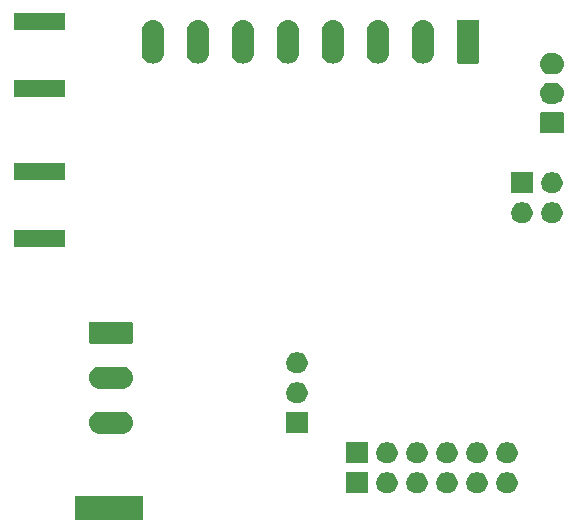
<source format=gbr>
G04 #@! TF.GenerationSoftware,KiCad,Pcbnew,(5.1.5)-2*
G04 #@! TF.CreationDate,2020-08-01T22:44:24+08:00*
G04 #@! TF.ProjectId,Module_ADS1263,4d6f6475-6c65-45f4-9144-53313236332e,rev?*
G04 #@! TF.SameCoordinates,Original*
G04 #@! TF.FileFunction,Soldermask,Bot*
G04 #@! TF.FilePolarity,Negative*
%FSLAX46Y46*%
G04 Gerber Fmt 4.6, Leading zero omitted, Abs format (unit mm)*
G04 Created by KiCad (PCBNEW (5.1.5)-2) date 2020-08-01 22:44:24*
%MOMM*%
%LPD*%
G04 APERTURE LIST*
%ADD10C,0.100000*%
G04 APERTURE END LIST*
D10*
G36*
X112649000Y-131318000D02*
G01*
X106934000Y-131318000D01*
X106934000Y-129413000D01*
X112649000Y-129413000D01*
X112649000Y-131318000D01*
G37*
X112649000Y-131318000D02*
X106934000Y-131318000D01*
X106934000Y-129413000D01*
X112649000Y-129413000D01*
X112649000Y-131318000D01*
G36*
X141083512Y-127373927D02*
G01*
X141232812Y-127403624D01*
X141396784Y-127471544D01*
X141544354Y-127570147D01*
X141669853Y-127695646D01*
X141768456Y-127843216D01*
X141836376Y-128007188D01*
X141871000Y-128181259D01*
X141871000Y-128358741D01*
X141836376Y-128532812D01*
X141768456Y-128696784D01*
X141669853Y-128844354D01*
X141544354Y-128969853D01*
X141396784Y-129068456D01*
X141232812Y-129136376D01*
X141083512Y-129166073D01*
X141058742Y-129171000D01*
X140881258Y-129171000D01*
X140856488Y-129166073D01*
X140707188Y-129136376D01*
X140543216Y-129068456D01*
X140395646Y-128969853D01*
X140270147Y-128844354D01*
X140171544Y-128696784D01*
X140103624Y-128532812D01*
X140069000Y-128358741D01*
X140069000Y-128181259D01*
X140103624Y-128007188D01*
X140171544Y-127843216D01*
X140270147Y-127695646D01*
X140395646Y-127570147D01*
X140543216Y-127471544D01*
X140707188Y-127403624D01*
X140856488Y-127373927D01*
X140881258Y-127369000D01*
X141058742Y-127369000D01*
X141083512Y-127373927D01*
G37*
G36*
X143623512Y-127373927D02*
G01*
X143772812Y-127403624D01*
X143936784Y-127471544D01*
X144084354Y-127570147D01*
X144209853Y-127695646D01*
X144308456Y-127843216D01*
X144376376Y-128007188D01*
X144411000Y-128181259D01*
X144411000Y-128358741D01*
X144376376Y-128532812D01*
X144308456Y-128696784D01*
X144209853Y-128844354D01*
X144084354Y-128969853D01*
X143936784Y-129068456D01*
X143772812Y-129136376D01*
X143623512Y-129166073D01*
X143598742Y-129171000D01*
X143421258Y-129171000D01*
X143396488Y-129166073D01*
X143247188Y-129136376D01*
X143083216Y-129068456D01*
X142935646Y-128969853D01*
X142810147Y-128844354D01*
X142711544Y-128696784D01*
X142643624Y-128532812D01*
X142609000Y-128358741D01*
X142609000Y-128181259D01*
X142643624Y-128007188D01*
X142711544Y-127843216D01*
X142810147Y-127695646D01*
X142935646Y-127570147D01*
X143083216Y-127471544D01*
X143247188Y-127403624D01*
X143396488Y-127373927D01*
X143421258Y-127369000D01*
X143598742Y-127369000D01*
X143623512Y-127373927D01*
G37*
G36*
X131711000Y-129171000D02*
G01*
X129909000Y-129171000D01*
X129909000Y-127369000D01*
X131711000Y-127369000D01*
X131711000Y-129171000D01*
G37*
G36*
X133463512Y-127373927D02*
G01*
X133612812Y-127403624D01*
X133776784Y-127471544D01*
X133924354Y-127570147D01*
X134049853Y-127695646D01*
X134148456Y-127843216D01*
X134216376Y-128007188D01*
X134251000Y-128181259D01*
X134251000Y-128358741D01*
X134216376Y-128532812D01*
X134148456Y-128696784D01*
X134049853Y-128844354D01*
X133924354Y-128969853D01*
X133776784Y-129068456D01*
X133612812Y-129136376D01*
X133463512Y-129166073D01*
X133438742Y-129171000D01*
X133261258Y-129171000D01*
X133236488Y-129166073D01*
X133087188Y-129136376D01*
X132923216Y-129068456D01*
X132775646Y-128969853D01*
X132650147Y-128844354D01*
X132551544Y-128696784D01*
X132483624Y-128532812D01*
X132449000Y-128358741D01*
X132449000Y-128181259D01*
X132483624Y-128007188D01*
X132551544Y-127843216D01*
X132650147Y-127695646D01*
X132775646Y-127570147D01*
X132923216Y-127471544D01*
X133087188Y-127403624D01*
X133236488Y-127373927D01*
X133261258Y-127369000D01*
X133438742Y-127369000D01*
X133463512Y-127373927D01*
G37*
G36*
X136003512Y-127373927D02*
G01*
X136152812Y-127403624D01*
X136316784Y-127471544D01*
X136464354Y-127570147D01*
X136589853Y-127695646D01*
X136688456Y-127843216D01*
X136756376Y-128007188D01*
X136791000Y-128181259D01*
X136791000Y-128358741D01*
X136756376Y-128532812D01*
X136688456Y-128696784D01*
X136589853Y-128844354D01*
X136464354Y-128969853D01*
X136316784Y-129068456D01*
X136152812Y-129136376D01*
X136003512Y-129166073D01*
X135978742Y-129171000D01*
X135801258Y-129171000D01*
X135776488Y-129166073D01*
X135627188Y-129136376D01*
X135463216Y-129068456D01*
X135315646Y-128969853D01*
X135190147Y-128844354D01*
X135091544Y-128696784D01*
X135023624Y-128532812D01*
X134989000Y-128358741D01*
X134989000Y-128181259D01*
X135023624Y-128007188D01*
X135091544Y-127843216D01*
X135190147Y-127695646D01*
X135315646Y-127570147D01*
X135463216Y-127471544D01*
X135627188Y-127403624D01*
X135776488Y-127373927D01*
X135801258Y-127369000D01*
X135978742Y-127369000D01*
X136003512Y-127373927D01*
G37*
G36*
X138543512Y-127373927D02*
G01*
X138692812Y-127403624D01*
X138856784Y-127471544D01*
X139004354Y-127570147D01*
X139129853Y-127695646D01*
X139228456Y-127843216D01*
X139296376Y-128007188D01*
X139331000Y-128181259D01*
X139331000Y-128358741D01*
X139296376Y-128532812D01*
X139228456Y-128696784D01*
X139129853Y-128844354D01*
X139004354Y-128969853D01*
X138856784Y-129068456D01*
X138692812Y-129136376D01*
X138543512Y-129166073D01*
X138518742Y-129171000D01*
X138341258Y-129171000D01*
X138316488Y-129166073D01*
X138167188Y-129136376D01*
X138003216Y-129068456D01*
X137855646Y-128969853D01*
X137730147Y-128844354D01*
X137631544Y-128696784D01*
X137563624Y-128532812D01*
X137529000Y-128358741D01*
X137529000Y-128181259D01*
X137563624Y-128007188D01*
X137631544Y-127843216D01*
X137730147Y-127695646D01*
X137855646Y-127570147D01*
X138003216Y-127471544D01*
X138167188Y-127403624D01*
X138316488Y-127373927D01*
X138341258Y-127369000D01*
X138518742Y-127369000D01*
X138543512Y-127373927D01*
G37*
G36*
X136003512Y-124833927D02*
G01*
X136152812Y-124863624D01*
X136316784Y-124931544D01*
X136464354Y-125030147D01*
X136589853Y-125155646D01*
X136688456Y-125303216D01*
X136756376Y-125467188D01*
X136791000Y-125641259D01*
X136791000Y-125818741D01*
X136756376Y-125992812D01*
X136688456Y-126156784D01*
X136589853Y-126304354D01*
X136464354Y-126429853D01*
X136316784Y-126528456D01*
X136152812Y-126596376D01*
X136003512Y-126626073D01*
X135978742Y-126631000D01*
X135801258Y-126631000D01*
X135776488Y-126626073D01*
X135627188Y-126596376D01*
X135463216Y-126528456D01*
X135315646Y-126429853D01*
X135190147Y-126304354D01*
X135091544Y-126156784D01*
X135023624Y-125992812D01*
X134989000Y-125818741D01*
X134989000Y-125641259D01*
X135023624Y-125467188D01*
X135091544Y-125303216D01*
X135190147Y-125155646D01*
X135315646Y-125030147D01*
X135463216Y-124931544D01*
X135627188Y-124863624D01*
X135776488Y-124833927D01*
X135801258Y-124829000D01*
X135978742Y-124829000D01*
X136003512Y-124833927D01*
G37*
G36*
X143623512Y-124833927D02*
G01*
X143772812Y-124863624D01*
X143936784Y-124931544D01*
X144084354Y-125030147D01*
X144209853Y-125155646D01*
X144308456Y-125303216D01*
X144376376Y-125467188D01*
X144411000Y-125641259D01*
X144411000Y-125818741D01*
X144376376Y-125992812D01*
X144308456Y-126156784D01*
X144209853Y-126304354D01*
X144084354Y-126429853D01*
X143936784Y-126528456D01*
X143772812Y-126596376D01*
X143623512Y-126626073D01*
X143598742Y-126631000D01*
X143421258Y-126631000D01*
X143396488Y-126626073D01*
X143247188Y-126596376D01*
X143083216Y-126528456D01*
X142935646Y-126429853D01*
X142810147Y-126304354D01*
X142711544Y-126156784D01*
X142643624Y-125992812D01*
X142609000Y-125818741D01*
X142609000Y-125641259D01*
X142643624Y-125467188D01*
X142711544Y-125303216D01*
X142810147Y-125155646D01*
X142935646Y-125030147D01*
X143083216Y-124931544D01*
X143247188Y-124863624D01*
X143396488Y-124833927D01*
X143421258Y-124829000D01*
X143598742Y-124829000D01*
X143623512Y-124833927D01*
G37*
G36*
X141083512Y-124833927D02*
G01*
X141232812Y-124863624D01*
X141396784Y-124931544D01*
X141544354Y-125030147D01*
X141669853Y-125155646D01*
X141768456Y-125303216D01*
X141836376Y-125467188D01*
X141871000Y-125641259D01*
X141871000Y-125818741D01*
X141836376Y-125992812D01*
X141768456Y-126156784D01*
X141669853Y-126304354D01*
X141544354Y-126429853D01*
X141396784Y-126528456D01*
X141232812Y-126596376D01*
X141083512Y-126626073D01*
X141058742Y-126631000D01*
X140881258Y-126631000D01*
X140856488Y-126626073D01*
X140707188Y-126596376D01*
X140543216Y-126528456D01*
X140395646Y-126429853D01*
X140270147Y-126304354D01*
X140171544Y-126156784D01*
X140103624Y-125992812D01*
X140069000Y-125818741D01*
X140069000Y-125641259D01*
X140103624Y-125467188D01*
X140171544Y-125303216D01*
X140270147Y-125155646D01*
X140395646Y-125030147D01*
X140543216Y-124931544D01*
X140707188Y-124863624D01*
X140856488Y-124833927D01*
X140881258Y-124829000D01*
X141058742Y-124829000D01*
X141083512Y-124833927D01*
G37*
G36*
X138543512Y-124833927D02*
G01*
X138692812Y-124863624D01*
X138856784Y-124931544D01*
X139004354Y-125030147D01*
X139129853Y-125155646D01*
X139228456Y-125303216D01*
X139296376Y-125467188D01*
X139331000Y-125641259D01*
X139331000Y-125818741D01*
X139296376Y-125992812D01*
X139228456Y-126156784D01*
X139129853Y-126304354D01*
X139004354Y-126429853D01*
X138856784Y-126528456D01*
X138692812Y-126596376D01*
X138543512Y-126626073D01*
X138518742Y-126631000D01*
X138341258Y-126631000D01*
X138316488Y-126626073D01*
X138167188Y-126596376D01*
X138003216Y-126528456D01*
X137855646Y-126429853D01*
X137730147Y-126304354D01*
X137631544Y-126156784D01*
X137563624Y-125992812D01*
X137529000Y-125818741D01*
X137529000Y-125641259D01*
X137563624Y-125467188D01*
X137631544Y-125303216D01*
X137730147Y-125155646D01*
X137855646Y-125030147D01*
X138003216Y-124931544D01*
X138167188Y-124863624D01*
X138316488Y-124833927D01*
X138341258Y-124829000D01*
X138518742Y-124829000D01*
X138543512Y-124833927D01*
G37*
G36*
X133463512Y-124833927D02*
G01*
X133612812Y-124863624D01*
X133776784Y-124931544D01*
X133924354Y-125030147D01*
X134049853Y-125155646D01*
X134148456Y-125303216D01*
X134216376Y-125467188D01*
X134251000Y-125641259D01*
X134251000Y-125818741D01*
X134216376Y-125992812D01*
X134148456Y-126156784D01*
X134049853Y-126304354D01*
X133924354Y-126429853D01*
X133776784Y-126528456D01*
X133612812Y-126596376D01*
X133463512Y-126626073D01*
X133438742Y-126631000D01*
X133261258Y-126631000D01*
X133236488Y-126626073D01*
X133087188Y-126596376D01*
X132923216Y-126528456D01*
X132775646Y-126429853D01*
X132650147Y-126304354D01*
X132551544Y-126156784D01*
X132483624Y-125992812D01*
X132449000Y-125818741D01*
X132449000Y-125641259D01*
X132483624Y-125467188D01*
X132551544Y-125303216D01*
X132650147Y-125155646D01*
X132775646Y-125030147D01*
X132923216Y-124931544D01*
X133087188Y-124863624D01*
X133236488Y-124833927D01*
X133261258Y-124829000D01*
X133438742Y-124829000D01*
X133463512Y-124833927D01*
G37*
G36*
X131711000Y-126631000D02*
G01*
X129909000Y-126631000D01*
X129909000Y-124829000D01*
X131711000Y-124829000D01*
X131711000Y-126631000D01*
G37*
G36*
X111068425Y-122252760D02*
G01*
X111068428Y-122252761D01*
X111068429Y-122252761D01*
X111247693Y-122307140D01*
X111247696Y-122307142D01*
X111247697Y-122307142D01*
X111412903Y-122395446D01*
X111557712Y-122514288D01*
X111676554Y-122659097D01*
X111764858Y-122824303D01*
X111764860Y-122824307D01*
X111819239Y-123003571D01*
X111819240Y-123003575D01*
X111837601Y-123190000D01*
X111819240Y-123376425D01*
X111819239Y-123376428D01*
X111819239Y-123376429D01*
X111764860Y-123555693D01*
X111764858Y-123555696D01*
X111764858Y-123555697D01*
X111676554Y-123720903D01*
X111557712Y-123865712D01*
X111412903Y-123984554D01*
X111247697Y-124072858D01*
X111247693Y-124072860D01*
X111068429Y-124127239D01*
X111068428Y-124127239D01*
X111068425Y-124127240D01*
X110928718Y-124141000D01*
X109035282Y-124141000D01*
X108895575Y-124127240D01*
X108895572Y-124127239D01*
X108895571Y-124127239D01*
X108716307Y-124072860D01*
X108716303Y-124072858D01*
X108551097Y-123984554D01*
X108406288Y-123865712D01*
X108287446Y-123720903D01*
X108199142Y-123555697D01*
X108199142Y-123555696D01*
X108199140Y-123555693D01*
X108144761Y-123376429D01*
X108144761Y-123376428D01*
X108144760Y-123376425D01*
X108126399Y-123190000D01*
X108144760Y-123003575D01*
X108144761Y-123003571D01*
X108199140Y-122824307D01*
X108199142Y-122824303D01*
X108287446Y-122659097D01*
X108406288Y-122514288D01*
X108551097Y-122395446D01*
X108716303Y-122307142D01*
X108716304Y-122307142D01*
X108716307Y-122307140D01*
X108895571Y-122252761D01*
X108895572Y-122252761D01*
X108895575Y-122252760D01*
X109035282Y-122239000D01*
X110928718Y-122239000D01*
X111068425Y-122252760D01*
G37*
G36*
X126631000Y-124091000D02*
G01*
X124829000Y-124091000D01*
X124829000Y-122289000D01*
X126631000Y-122289000D01*
X126631000Y-124091000D01*
G37*
G36*
X125843512Y-119753927D02*
G01*
X125992812Y-119783624D01*
X126156784Y-119851544D01*
X126304354Y-119950147D01*
X126429853Y-120075646D01*
X126528456Y-120223216D01*
X126596376Y-120387188D01*
X126631000Y-120561259D01*
X126631000Y-120738741D01*
X126596376Y-120912812D01*
X126528456Y-121076784D01*
X126429853Y-121224354D01*
X126304354Y-121349853D01*
X126156784Y-121448456D01*
X125992812Y-121516376D01*
X125843512Y-121546073D01*
X125818742Y-121551000D01*
X125641258Y-121551000D01*
X125616488Y-121546073D01*
X125467188Y-121516376D01*
X125303216Y-121448456D01*
X125155646Y-121349853D01*
X125030147Y-121224354D01*
X124931544Y-121076784D01*
X124863624Y-120912812D01*
X124829000Y-120738741D01*
X124829000Y-120561259D01*
X124863624Y-120387188D01*
X124931544Y-120223216D01*
X125030147Y-120075646D01*
X125155646Y-119950147D01*
X125303216Y-119851544D01*
X125467188Y-119783624D01*
X125616488Y-119753927D01*
X125641258Y-119749000D01*
X125818742Y-119749000D01*
X125843512Y-119753927D01*
G37*
G36*
X111068425Y-118442760D02*
G01*
X111068428Y-118442761D01*
X111068429Y-118442761D01*
X111247693Y-118497140D01*
X111247696Y-118497142D01*
X111247697Y-118497142D01*
X111412903Y-118585446D01*
X111557712Y-118704288D01*
X111676554Y-118849097D01*
X111764858Y-119014303D01*
X111764860Y-119014307D01*
X111819239Y-119193571D01*
X111819240Y-119193575D01*
X111837601Y-119380000D01*
X111819240Y-119566425D01*
X111819239Y-119566428D01*
X111819239Y-119566429D01*
X111764860Y-119745693D01*
X111764858Y-119745696D01*
X111764858Y-119745697D01*
X111676554Y-119910903D01*
X111557712Y-120055712D01*
X111412903Y-120174554D01*
X111247697Y-120262858D01*
X111247693Y-120262860D01*
X111068429Y-120317239D01*
X111068428Y-120317239D01*
X111068425Y-120317240D01*
X110928718Y-120331000D01*
X109035282Y-120331000D01*
X108895575Y-120317240D01*
X108895572Y-120317239D01*
X108895571Y-120317239D01*
X108716307Y-120262860D01*
X108716303Y-120262858D01*
X108551097Y-120174554D01*
X108406288Y-120055712D01*
X108287446Y-119910903D01*
X108199142Y-119745697D01*
X108199142Y-119745696D01*
X108199140Y-119745693D01*
X108144761Y-119566429D01*
X108144761Y-119566428D01*
X108144760Y-119566425D01*
X108126399Y-119380000D01*
X108144760Y-119193575D01*
X108144761Y-119193571D01*
X108199140Y-119014307D01*
X108199142Y-119014303D01*
X108287446Y-118849097D01*
X108406288Y-118704288D01*
X108551097Y-118585446D01*
X108716303Y-118497142D01*
X108716304Y-118497142D01*
X108716307Y-118497140D01*
X108895571Y-118442761D01*
X108895572Y-118442761D01*
X108895575Y-118442760D01*
X109035282Y-118429000D01*
X110928718Y-118429000D01*
X111068425Y-118442760D01*
G37*
G36*
X125843512Y-117213927D02*
G01*
X125992812Y-117243624D01*
X126156784Y-117311544D01*
X126304354Y-117410147D01*
X126429853Y-117535646D01*
X126528456Y-117683216D01*
X126596376Y-117847188D01*
X126631000Y-118021259D01*
X126631000Y-118198741D01*
X126596376Y-118372812D01*
X126528456Y-118536784D01*
X126429853Y-118684354D01*
X126304354Y-118809853D01*
X126156784Y-118908456D01*
X125992812Y-118976376D01*
X125843512Y-119006073D01*
X125818742Y-119011000D01*
X125641258Y-119011000D01*
X125616488Y-119006073D01*
X125467188Y-118976376D01*
X125303216Y-118908456D01*
X125155646Y-118809853D01*
X125030147Y-118684354D01*
X124931544Y-118536784D01*
X124863624Y-118372812D01*
X124829000Y-118198741D01*
X124829000Y-118021259D01*
X124863624Y-117847188D01*
X124931544Y-117683216D01*
X125030147Y-117535646D01*
X125155646Y-117410147D01*
X125303216Y-117311544D01*
X125467188Y-117243624D01*
X125616488Y-117213927D01*
X125641258Y-117209000D01*
X125818742Y-117209000D01*
X125843512Y-117213927D01*
G37*
G36*
X111692915Y-114622934D02*
G01*
X111725424Y-114632795D01*
X111755382Y-114648809D01*
X111781641Y-114670359D01*
X111803191Y-114696618D01*
X111819205Y-114726576D01*
X111829066Y-114759085D01*
X111833000Y-114799029D01*
X111833000Y-116340971D01*
X111829066Y-116380915D01*
X111819205Y-116413424D01*
X111803191Y-116443382D01*
X111781641Y-116469641D01*
X111755382Y-116491191D01*
X111725424Y-116507205D01*
X111692915Y-116517066D01*
X111652971Y-116521000D01*
X108311029Y-116521000D01*
X108271085Y-116517066D01*
X108238576Y-116507205D01*
X108208618Y-116491191D01*
X108182359Y-116469641D01*
X108160809Y-116443382D01*
X108144795Y-116413424D01*
X108134934Y-116380915D01*
X108131000Y-116340971D01*
X108131000Y-114799029D01*
X108134934Y-114759085D01*
X108144795Y-114726576D01*
X108160809Y-114696618D01*
X108182359Y-114670359D01*
X108208618Y-114648809D01*
X108238576Y-114632795D01*
X108271085Y-114622934D01*
X108311029Y-114619000D01*
X111652971Y-114619000D01*
X111692915Y-114622934D01*
G37*
G36*
X106110000Y-108326000D02*
G01*
X101808000Y-108326000D01*
X101808000Y-106874000D01*
X106110000Y-106874000D01*
X106110000Y-108326000D01*
G37*
G36*
X147433512Y-104513927D02*
G01*
X147582812Y-104543624D01*
X147746784Y-104611544D01*
X147894354Y-104710147D01*
X148019853Y-104835646D01*
X148118456Y-104983216D01*
X148186376Y-105147188D01*
X148221000Y-105321259D01*
X148221000Y-105498741D01*
X148186376Y-105672812D01*
X148118456Y-105836784D01*
X148019853Y-105984354D01*
X147894354Y-106109853D01*
X147746784Y-106208456D01*
X147582812Y-106276376D01*
X147433512Y-106306073D01*
X147408742Y-106311000D01*
X147231258Y-106311000D01*
X147206488Y-106306073D01*
X147057188Y-106276376D01*
X146893216Y-106208456D01*
X146745646Y-106109853D01*
X146620147Y-105984354D01*
X146521544Y-105836784D01*
X146453624Y-105672812D01*
X146419000Y-105498741D01*
X146419000Y-105321259D01*
X146453624Y-105147188D01*
X146521544Y-104983216D01*
X146620147Y-104835646D01*
X146745646Y-104710147D01*
X146893216Y-104611544D01*
X147057188Y-104543624D01*
X147206488Y-104513927D01*
X147231258Y-104509000D01*
X147408742Y-104509000D01*
X147433512Y-104513927D01*
G37*
G36*
X144893512Y-104513927D02*
G01*
X145042812Y-104543624D01*
X145206784Y-104611544D01*
X145354354Y-104710147D01*
X145479853Y-104835646D01*
X145578456Y-104983216D01*
X145646376Y-105147188D01*
X145681000Y-105321259D01*
X145681000Y-105498741D01*
X145646376Y-105672812D01*
X145578456Y-105836784D01*
X145479853Y-105984354D01*
X145354354Y-106109853D01*
X145206784Y-106208456D01*
X145042812Y-106276376D01*
X144893512Y-106306073D01*
X144868742Y-106311000D01*
X144691258Y-106311000D01*
X144666488Y-106306073D01*
X144517188Y-106276376D01*
X144353216Y-106208456D01*
X144205646Y-106109853D01*
X144080147Y-105984354D01*
X143981544Y-105836784D01*
X143913624Y-105672812D01*
X143879000Y-105498741D01*
X143879000Y-105321259D01*
X143913624Y-105147188D01*
X143981544Y-104983216D01*
X144080147Y-104835646D01*
X144205646Y-104710147D01*
X144353216Y-104611544D01*
X144517188Y-104543624D01*
X144666488Y-104513927D01*
X144691258Y-104509000D01*
X144868742Y-104509000D01*
X144893512Y-104513927D01*
G37*
G36*
X145681000Y-103771000D02*
G01*
X143879000Y-103771000D01*
X143879000Y-101969000D01*
X145681000Y-101969000D01*
X145681000Y-103771000D01*
G37*
G36*
X147433512Y-101973927D02*
G01*
X147582812Y-102003624D01*
X147746784Y-102071544D01*
X147894354Y-102170147D01*
X148019853Y-102295646D01*
X148118456Y-102443216D01*
X148186376Y-102607188D01*
X148221000Y-102781259D01*
X148221000Y-102958741D01*
X148186376Y-103132812D01*
X148118456Y-103296784D01*
X148019853Y-103444354D01*
X147894354Y-103569853D01*
X147746784Y-103668456D01*
X147582812Y-103736376D01*
X147433512Y-103766073D01*
X147408742Y-103771000D01*
X147231258Y-103771000D01*
X147206488Y-103766073D01*
X147057188Y-103736376D01*
X146893216Y-103668456D01*
X146745646Y-103569853D01*
X146620147Y-103444354D01*
X146521544Y-103296784D01*
X146453624Y-103132812D01*
X146419000Y-102958741D01*
X146419000Y-102781259D01*
X146453624Y-102607188D01*
X146521544Y-102443216D01*
X146620147Y-102295646D01*
X146745646Y-102170147D01*
X146893216Y-102071544D01*
X147057188Y-102003624D01*
X147206488Y-101973927D01*
X147231258Y-101969000D01*
X147408742Y-101969000D01*
X147433512Y-101973927D01*
G37*
G36*
X106110000Y-102676000D02*
G01*
X101808000Y-102676000D01*
X101808000Y-101224000D01*
X106110000Y-101224000D01*
X106110000Y-102676000D01*
G37*
G36*
X148203600Y-96892989D02*
G01*
X148236652Y-96903015D01*
X148267103Y-96919292D01*
X148293799Y-96941201D01*
X148315708Y-96967897D01*
X148331985Y-96998348D01*
X148342011Y-97031400D01*
X148346000Y-97071903D01*
X148346000Y-98508097D01*
X148342011Y-98548600D01*
X148331985Y-98581652D01*
X148315708Y-98612103D01*
X148293799Y-98638799D01*
X148267103Y-98660708D01*
X148236652Y-98676985D01*
X148203600Y-98687011D01*
X148163097Y-98691000D01*
X146476903Y-98691000D01*
X146436400Y-98687011D01*
X146403348Y-98676985D01*
X146372897Y-98660708D01*
X146346201Y-98638799D01*
X146324292Y-98612103D01*
X146308015Y-98581652D01*
X146297989Y-98548600D01*
X146294000Y-98508097D01*
X146294000Y-97071903D01*
X146297989Y-97031400D01*
X146308015Y-96998348D01*
X146324292Y-96967897D01*
X146346201Y-96941201D01*
X146372897Y-96919292D01*
X146403348Y-96903015D01*
X146436400Y-96892989D01*
X146476903Y-96889000D01*
X148163097Y-96889000D01*
X148203600Y-96892989D01*
G37*
G36*
X147555443Y-94395519D02*
G01*
X147621627Y-94402037D01*
X147791466Y-94453557D01*
X147947991Y-94537222D01*
X147983729Y-94566552D01*
X148085186Y-94649814D01*
X148168448Y-94751271D01*
X148197778Y-94787009D01*
X148281443Y-94943534D01*
X148332963Y-95113373D01*
X148350359Y-95290000D01*
X148332963Y-95466627D01*
X148281443Y-95636466D01*
X148197778Y-95792991D01*
X148168448Y-95828729D01*
X148085186Y-95930186D01*
X147983729Y-96013448D01*
X147947991Y-96042778D01*
X147791466Y-96126443D01*
X147621627Y-96177963D01*
X147555443Y-96184481D01*
X147489260Y-96191000D01*
X147150740Y-96191000D01*
X147084558Y-96184482D01*
X147018373Y-96177963D01*
X146848534Y-96126443D01*
X146692009Y-96042778D01*
X146656271Y-96013448D01*
X146554814Y-95930186D01*
X146471552Y-95828729D01*
X146442222Y-95792991D01*
X146358557Y-95636466D01*
X146307037Y-95466627D01*
X146289641Y-95290000D01*
X146307037Y-95113373D01*
X146358557Y-94943534D01*
X146442222Y-94787009D01*
X146471552Y-94751271D01*
X146554814Y-94649814D01*
X146656271Y-94566552D01*
X146692009Y-94537222D01*
X146848534Y-94453557D01*
X147018373Y-94402037D01*
X147084558Y-94395518D01*
X147150740Y-94389000D01*
X147489260Y-94389000D01*
X147555443Y-94395519D01*
G37*
G36*
X106110000Y-95626000D02*
G01*
X101808000Y-95626000D01*
X101808000Y-94174000D01*
X106110000Y-94174000D01*
X106110000Y-95626000D01*
G37*
G36*
X147555442Y-91895518D02*
G01*
X147621627Y-91902037D01*
X147791466Y-91953557D01*
X147947991Y-92037222D01*
X147983729Y-92066552D01*
X148085186Y-92149814D01*
X148168448Y-92251271D01*
X148197778Y-92287009D01*
X148281443Y-92443534D01*
X148332963Y-92613373D01*
X148350359Y-92790000D01*
X148332963Y-92966627D01*
X148281443Y-93136466D01*
X148197778Y-93292991D01*
X148168448Y-93328729D01*
X148085186Y-93430186D01*
X147983729Y-93513448D01*
X147947991Y-93542778D01*
X147791466Y-93626443D01*
X147621627Y-93677963D01*
X147555443Y-93684481D01*
X147489260Y-93691000D01*
X147150740Y-93691000D01*
X147084558Y-93684482D01*
X147018373Y-93677963D01*
X146848534Y-93626443D01*
X146692009Y-93542778D01*
X146656271Y-93513448D01*
X146554814Y-93430186D01*
X146471552Y-93328729D01*
X146442222Y-93292991D01*
X146358557Y-93136466D01*
X146307037Y-92966627D01*
X146289641Y-92790000D01*
X146307037Y-92613373D01*
X146358557Y-92443534D01*
X146442222Y-92287009D01*
X146471552Y-92251271D01*
X146554814Y-92149814D01*
X146656271Y-92066552D01*
X146692009Y-92037222D01*
X146848534Y-91953557D01*
X147018373Y-91902037D01*
X147084558Y-91895518D01*
X147150740Y-91889000D01*
X147489260Y-91889000D01*
X147555442Y-91895518D01*
G37*
G36*
X113724425Y-89094760D02*
G01*
X113724428Y-89094761D01*
X113724429Y-89094761D01*
X113903693Y-89149140D01*
X113903696Y-89149142D01*
X113903697Y-89149142D01*
X114068903Y-89237446D01*
X114213712Y-89356288D01*
X114332554Y-89501097D01*
X114420858Y-89666303D01*
X114420860Y-89666307D01*
X114475239Y-89845571D01*
X114475240Y-89845575D01*
X114489000Y-89985282D01*
X114489000Y-91878718D01*
X114475240Y-92018425D01*
X114475239Y-92018428D01*
X114475239Y-92018429D01*
X114420860Y-92197693D01*
X114420858Y-92197696D01*
X114420858Y-92197697D01*
X114332554Y-92362903D01*
X114213712Y-92507712D01*
X114068903Y-92626554D01*
X113920964Y-92705628D01*
X113903692Y-92714860D01*
X113724428Y-92769239D01*
X113724427Y-92769239D01*
X113724424Y-92769240D01*
X113538000Y-92787601D01*
X113351575Y-92769240D01*
X113351572Y-92769239D01*
X113351571Y-92769239D01*
X113172307Y-92714860D01*
X113154575Y-92705382D01*
X113007097Y-92626554D01*
X112862288Y-92507712D01*
X112743446Y-92362903D01*
X112655142Y-92197696D01*
X112655141Y-92197693D01*
X112655140Y-92197692D01*
X112600761Y-92018428D01*
X112600761Y-92018427D01*
X112600760Y-92018424D01*
X112587000Y-91878717D01*
X112587000Y-89985283D01*
X112600761Y-89845575D01*
X112600762Y-89845571D01*
X112655141Y-89666307D01*
X112655143Y-89666303D01*
X112743447Y-89501097D01*
X112862289Y-89356288D01*
X113007098Y-89237446D01*
X113172304Y-89149142D01*
X113172305Y-89149142D01*
X113172308Y-89149140D01*
X113351572Y-89094761D01*
X113351573Y-89094761D01*
X113351576Y-89094760D01*
X113538000Y-89076399D01*
X113724425Y-89094760D01*
G37*
G36*
X125154425Y-89094760D02*
G01*
X125154428Y-89094761D01*
X125154429Y-89094761D01*
X125333693Y-89149140D01*
X125333696Y-89149142D01*
X125333697Y-89149142D01*
X125498903Y-89237446D01*
X125643712Y-89356288D01*
X125762554Y-89501097D01*
X125850858Y-89666303D01*
X125850860Y-89666307D01*
X125905239Y-89845571D01*
X125905240Y-89845575D01*
X125919000Y-89985282D01*
X125919000Y-91878718D01*
X125905240Y-92018425D01*
X125905239Y-92018428D01*
X125905239Y-92018429D01*
X125850860Y-92197693D01*
X125850858Y-92197696D01*
X125850858Y-92197697D01*
X125762554Y-92362903D01*
X125643712Y-92507712D01*
X125498903Y-92626554D01*
X125350964Y-92705628D01*
X125333692Y-92714860D01*
X125154428Y-92769239D01*
X125154427Y-92769239D01*
X125154424Y-92769240D01*
X124968000Y-92787601D01*
X124781575Y-92769240D01*
X124781572Y-92769239D01*
X124781571Y-92769239D01*
X124602307Y-92714860D01*
X124584575Y-92705382D01*
X124437097Y-92626554D01*
X124292288Y-92507712D01*
X124173446Y-92362903D01*
X124085142Y-92197696D01*
X124085141Y-92197693D01*
X124085140Y-92197692D01*
X124030761Y-92018428D01*
X124030761Y-92018427D01*
X124030760Y-92018424D01*
X124017000Y-91878717D01*
X124017000Y-89985283D01*
X124030761Y-89845575D01*
X124030762Y-89845571D01*
X124085141Y-89666307D01*
X124085143Y-89666303D01*
X124173447Y-89501097D01*
X124292289Y-89356288D01*
X124437098Y-89237446D01*
X124602304Y-89149142D01*
X124602305Y-89149142D01*
X124602308Y-89149140D01*
X124781572Y-89094761D01*
X124781573Y-89094761D01*
X124781576Y-89094760D01*
X124968000Y-89076399D01*
X125154425Y-89094760D01*
G37*
G36*
X128964425Y-89094760D02*
G01*
X128964428Y-89094761D01*
X128964429Y-89094761D01*
X129143693Y-89149140D01*
X129143696Y-89149142D01*
X129143697Y-89149142D01*
X129308903Y-89237446D01*
X129453712Y-89356288D01*
X129572554Y-89501097D01*
X129660858Y-89666303D01*
X129660860Y-89666307D01*
X129715239Y-89845571D01*
X129715240Y-89845575D01*
X129729000Y-89985282D01*
X129729000Y-91878718D01*
X129715240Y-92018425D01*
X129715239Y-92018428D01*
X129715239Y-92018429D01*
X129660860Y-92197693D01*
X129660858Y-92197696D01*
X129660858Y-92197697D01*
X129572554Y-92362903D01*
X129453712Y-92507712D01*
X129308903Y-92626554D01*
X129160964Y-92705628D01*
X129143692Y-92714860D01*
X128964428Y-92769239D01*
X128964427Y-92769239D01*
X128964424Y-92769240D01*
X128778000Y-92787601D01*
X128591575Y-92769240D01*
X128591572Y-92769239D01*
X128591571Y-92769239D01*
X128412307Y-92714860D01*
X128394575Y-92705382D01*
X128247097Y-92626554D01*
X128102288Y-92507712D01*
X127983446Y-92362903D01*
X127895142Y-92197696D01*
X127895141Y-92197693D01*
X127895140Y-92197692D01*
X127840761Y-92018428D01*
X127840761Y-92018427D01*
X127840760Y-92018424D01*
X127827000Y-91878717D01*
X127827000Y-89985283D01*
X127840761Y-89845575D01*
X127840762Y-89845571D01*
X127895141Y-89666307D01*
X127895143Y-89666303D01*
X127983447Y-89501097D01*
X128102289Y-89356288D01*
X128247098Y-89237446D01*
X128412304Y-89149142D01*
X128412305Y-89149142D01*
X128412308Y-89149140D01*
X128591572Y-89094761D01*
X128591573Y-89094761D01*
X128591576Y-89094760D01*
X128778000Y-89076399D01*
X128964425Y-89094760D01*
G37*
G36*
X132774425Y-89094760D02*
G01*
X132774428Y-89094761D01*
X132774429Y-89094761D01*
X132953693Y-89149140D01*
X132953696Y-89149142D01*
X132953697Y-89149142D01*
X133118903Y-89237446D01*
X133263712Y-89356288D01*
X133382554Y-89501097D01*
X133470858Y-89666303D01*
X133470860Y-89666307D01*
X133525239Y-89845571D01*
X133525240Y-89845575D01*
X133539000Y-89985282D01*
X133539000Y-91878718D01*
X133525240Y-92018425D01*
X133525239Y-92018428D01*
X133525239Y-92018429D01*
X133470860Y-92197693D01*
X133470858Y-92197696D01*
X133470858Y-92197697D01*
X133382554Y-92362903D01*
X133263712Y-92507712D01*
X133118903Y-92626554D01*
X132970964Y-92705628D01*
X132953692Y-92714860D01*
X132774428Y-92769239D01*
X132774427Y-92769239D01*
X132774424Y-92769240D01*
X132588000Y-92787601D01*
X132401575Y-92769240D01*
X132401572Y-92769239D01*
X132401571Y-92769239D01*
X132222307Y-92714860D01*
X132204575Y-92705382D01*
X132057097Y-92626554D01*
X131912288Y-92507712D01*
X131793446Y-92362903D01*
X131705142Y-92197696D01*
X131705141Y-92197693D01*
X131705140Y-92197692D01*
X131650761Y-92018428D01*
X131650761Y-92018427D01*
X131650760Y-92018424D01*
X131637000Y-91878717D01*
X131637000Y-89985283D01*
X131650761Y-89845575D01*
X131650762Y-89845571D01*
X131705141Y-89666307D01*
X131705143Y-89666303D01*
X131793447Y-89501097D01*
X131912289Y-89356288D01*
X132057098Y-89237446D01*
X132222304Y-89149142D01*
X132222305Y-89149142D01*
X132222308Y-89149140D01*
X132401572Y-89094761D01*
X132401573Y-89094761D01*
X132401576Y-89094760D01*
X132588000Y-89076399D01*
X132774425Y-89094760D01*
G37*
G36*
X136584425Y-89094760D02*
G01*
X136584428Y-89094761D01*
X136584429Y-89094761D01*
X136763693Y-89149140D01*
X136763696Y-89149142D01*
X136763697Y-89149142D01*
X136928903Y-89237446D01*
X137073712Y-89356288D01*
X137192554Y-89501097D01*
X137280858Y-89666303D01*
X137280860Y-89666307D01*
X137335239Y-89845571D01*
X137335240Y-89845575D01*
X137349000Y-89985282D01*
X137349000Y-91878718D01*
X137335240Y-92018425D01*
X137335239Y-92018428D01*
X137335239Y-92018429D01*
X137280860Y-92197693D01*
X137280858Y-92197696D01*
X137280858Y-92197697D01*
X137192554Y-92362903D01*
X137073712Y-92507712D01*
X136928903Y-92626554D01*
X136780964Y-92705628D01*
X136763692Y-92714860D01*
X136584428Y-92769239D01*
X136584427Y-92769239D01*
X136584424Y-92769240D01*
X136398000Y-92787601D01*
X136211575Y-92769240D01*
X136211572Y-92769239D01*
X136211571Y-92769239D01*
X136032307Y-92714860D01*
X136014575Y-92705382D01*
X135867097Y-92626554D01*
X135722288Y-92507712D01*
X135603446Y-92362903D01*
X135515142Y-92197696D01*
X135515141Y-92197693D01*
X135515140Y-92197692D01*
X135460761Y-92018428D01*
X135460761Y-92018427D01*
X135460760Y-92018424D01*
X135447000Y-91878717D01*
X135447000Y-89985283D01*
X135460761Y-89845575D01*
X135460762Y-89845571D01*
X135515141Y-89666307D01*
X135515143Y-89666303D01*
X135603447Y-89501097D01*
X135722289Y-89356288D01*
X135867098Y-89237446D01*
X136032304Y-89149142D01*
X136032305Y-89149142D01*
X136032308Y-89149140D01*
X136211572Y-89094761D01*
X136211573Y-89094761D01*
X136211576Y-89094760D01*
X136398000Y-89076399D01*
X136584425Y-89094760D01*
G37*
G36*
X121344425Y-89094760D02*
G01*
X121344428Y-89094761D01*
X121344429Y-89094761D01*
X121523693Y-89149140D01*
X121523696Y-89149142D01*
X121523697Y-89149142D01*
X121688903Y-89237446D01*
X121833712Y-89356288D01*
X121952554Y-89501097D01*
X122040858Y-89666303D01*
X122040860Y-89666307D01*
X122095239Y-89845571D01*
X122095240Y-89845575D01*
X122109000Y-89985282D01*
X122109000Y-91878718D01*
X122095240Y-92018425D01*
X122095239Y-92018428D01*
X122095239Y-92018429D01*
X122040860Y-92197693D01*
X122040858Y-92197696D01*
X122040858Y-92197697D01*
X121952554Y-92362903D01*
X121833712Y-92507712D01*
X121688903Y-92626554D01*
X121540964Y-92705628D01*
X121523692Y-92714860D01*
X121344428Y-92769239D01*
X121344427Y-92769239D01*
X121344424Y-92769240D01*
X121158000Y-92787601D01*
X120971575Y-92769240D01*
X120971572Y-92769239D01*
X120971571Y-92769239D01*
X120792307Y-92714860D01*
X120774575Y-92705382D01*
X120627097Y-92626554D01*
X120482288Y-92507712D01*
X120363446Y-92362903D01*
X120275142Y-92197696D01*
X120275141Y-92197693D01*
X120275140Y-92197692D01*
X120220761Y-92018428D01*
X120220761Y-92018427D01*
X120220760Y-92018424D01*
X120207000Y-91878717D01*
X120207000Y-89985283D01*
X120220761Y-89845575D01*
X120220762Y-89845571D01*
X120275141Y-89666307D01*
X120275143Y-89666303D01*
X120363447Y-89501097D01*
X120482289Y-89356288D01*
X120627098Y-89237446D01*
X120792304Y-89149142D01*
X120792305Y-89149142D01*
X120792308Y-89149140D01*
X120971572Y-89094761D01*
X120971573Y-89094761D01*
X120971576Y-89094760D01*
X121158000Y-89076399D01*
X121344425Y-89094760D01*
G37*
G36*
X117534425Y-89094760D02*
G01*
X117534428Y-89094761D01*
X117534429Y-89094761D01*
X117713693Y-89149140D01*
X117713696Y-89149142D01*
X117713697Y-89149142D01*
X117878903Y-89237446D01*
X118023712Y-89356288D01*
X118142554Y-89501097D01*
X118230858Y-89666303D01*
X118230860Y-89666307D01*
X118285239Y-89845571D01*
X118285240Y-89845575D01*
X118299000Y-89985282D01*
X118299000Y-91878718D01*
X118285240Y-92018425D01*
X118285239Y-92018428D01*
X118285239Y-92018429D01*
X118230860Y-92197693D01*
X118230858Y-92197696D01*
X118230858Y-92197697D01*
X118142554Y-92362903D01*
X118023712Y-92507712D01*
X117878903Y-92626554D01*
X117730964Y-92705628D01*
X117713692Y-92714860D01*
X117534428Y-92769239D01*
X117534427Y-92769239D01*
X117534424Y-92769240D01*
X117348000Y-92787601D01*
X117161575Y-92769240D01*
X117161572Y-92769239D01*
X117161571Y-92769239D01*
X116982307Y-92714860D01*
X116964575Y-92705382D01*
X116817097Y-92626554D01*
X116672288Y-92507712D01*
X116553446Y-92362903D01*
X116465142Y-92197696D01*
X116465141Y-92197693D01*
X116465140Y-92197692D01*
X116410761Y-92018428D01*
X116410761Y-92018427D01*
X116410760Y-92018424D01*
X116397000Y-91878717D01*
X116397000Y-89985283D01*
X116410761Y-89845575D01*
X116410762Y-89845571D01*
X116465141Y-89666307D01*
X116465143Y-89666303D01*
X116553447Y-89501097D01*
X116672289Y-89356288D01*
X116817098Y-89237446D01*
X116982304Y-89149142D01*
X116982305Y-89149142D01*
X116982308Y-89149140D01*
X117161572Y-89094761D01*
X117161573Y-89094761D01*
X117161576Y-89094760D01*
X117348000Y-89076399D01*
X117534425Y-89094760D01*
G37*
G36*
X141018915Y-89084934D02*
G01*
X141051424Y-89094795D01*
X141081382Y-89110809D01*
X141107641Y-89132359D01*
X141129191Y-89158618D01*
X141145205Y-89188576D01*
X141155066Y-89221085D01*
X141159000Y-89261029D01*
X141159000Y-92602971D01*
X141155066Y-92642915D01*
X141145205Y-92675424D01*
X141129191Y-92705382D01*
X141107641Y-92731641D01*
X141081382Y-92753191D01*
X141051424Y-92769205D01*
X141018915Y-92779066D01*
X140978971Y-92783000D01*
X139437029Y-92783000D01*
X139397085Y-92779066D01*
X139364576Y-92769205D01*
X139334618Y-92753191D01*
X139308359Y-92731641D01*
X139286809Y-92705382D01*
X139270795Y-92675424D01*
X139260934Y-92642915D01*
X139257000Y-92602971D01*
X139257000Y-89261029D01*
X139260934Y-89221085D01*
X139270795Y-89188576D01*
X139286809Y-89158618D01*
X139308359Y-89132359D01*
X139334618Y-89110809D01*
X139364576Y-89094795D01*
X139397085Y-89084934D01*
X139437029Y-89081000D01*
X140978971Y-89081000D01*
X141018915Y-89084934D01*
G37*
G36*
X106110000Y-89976000D02*
G01*
X101808000Y-89976000D01*
X101808000Y-88524000D01*
X106110000Y-88524000D01*
X106110000Y-89976000D01*
G37*
M02*

</source>
